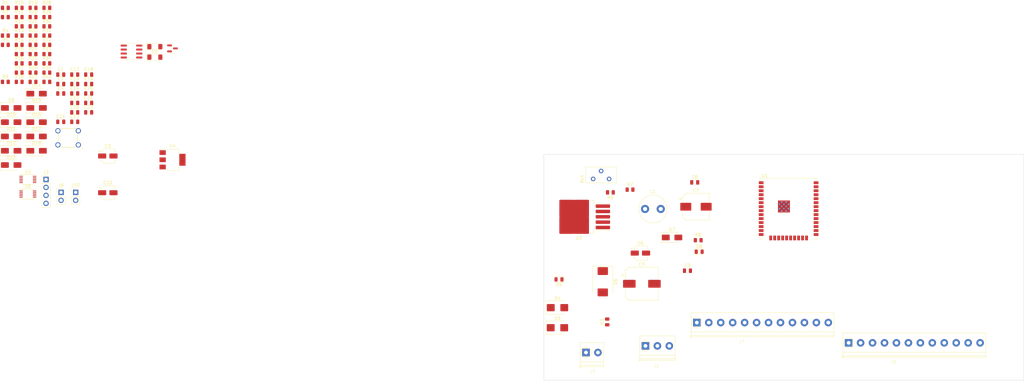
<source format=kicad_pcb>
(kicad_pcb (version 20221018) (generator pcbnew)
  (layers (0 "F.Cu" signal) (31 "B.Cu" signal) (34 "B.Paste" user) (35 "F.Paste" user) (36 "B.SilkS" user "B.Silkscreen") (37 "F.SilkS" user "F.Silkscreen") (38 "B.Mask" user) (39 "F.Mask" user) (44 "Edge.Cuts" user))
  (net 0 "")
  (net 1 "GND")
  (net 2 "EN")
  (net 3 "+3.3V")
  (net 4 "Net-(D6-K)")
  (net 5 "VBAT")
  (net 6 "Net-(J10-Pin_2)")
  (net 7 "+5V")
  (net 8 "Net-(C13-Pad2)")
  (net 9 "TX")
  (net 10 "Net-(D1-A)")
  (net 11 "Net-(D2-K)")
  (net 12 "RX")
  (net 13 "GNDPWR")
  (net 14 "+12V")
  (net 15 "Net-(D5-A)")
  (net 16 "Net-(D7-K)")
  (net 17 "Net-(D8-A)")
  (net 18 "Net-(D9-A1)")
  (net 19 "Net-(D10-A1)")
  (net 20 "Net-(D11-A1)")
  (net 21 "Net-(D12-A1)")
  (net 22 "Net-(D13-A1)")
  (net 23 "Net-(D14-A1)")
  (net 24 "Net-(D15-A1)")
  (net 25 "Net-(D16-A1)")
  (net 26 "Net-(D17-A2)")
  (net 27 "Net-(D18-A1)")
  (net 28 "Net-(J7-Pin_1)")
  (net 29 "Net-(J7-Pin_4)")
  (net 30 "Net-(J7-Pin_7)")
  (net 31 "Net-(J7-Pin_10)")
  (net 32 "Net-(J5-Pin_10)")
  (net 33 "Net-(J5-Pin_7)")
  (net 34 "Net-(J5-Pin_4)")
  (net 35 "Net-(J5-Pin_1)")
  (net 36 "AIN_3")
  (net 37 "AIN_2")
  (net 38 "ADS_DRDY_1")
  (net 39 "ADS_DRDY_2")
  (net 40 "AIN_1")
  (net 41 "AIN_0")
  (net 42 "SDA")
  (net 43 "SCL")
  (net 44 "AIN_6")
  (net 45 "AIN_7")
  (net 46 "AIN_5")
  (net 47 "AIN_4")
  (net 48 "Earth")
  (net 50 "BOOT")
  (net 51 "Net-(Q1-B)")
  (net 52 "Net-(Q1-E)")
  (net 53 "Net-(Q1-C)")
  (net 54 "PWR_DET")
  (net 55 "Net-(R6-Pad2)")
  (net 56 "485_TX")
  (net 57 "Net-(U5-DI)")
  (net 58 "485_RX")
  (net 59 "Net-(U5-RO)")
  (net 60 "Net-(U5-A)")
  (net 61 "Net-(U5-B)")
  (net 62 "Net-(U3-FB)")
  (net 82 "RS485_RX")
  (net 83 "RS485_TX")
  (footprint "Diode_SMD:D_SMC" (layer "F.Cu") (at 106.31 73.1525 -90)
    (fp_text reference "D6" (at 0 -4.1 90) (layer "F.SilkS"))
    (fp_text value "SS54")
    (pad "1" smd roundrect (at -3.4 0) (size 3.3 2.5) (layers "F.Cu" "F.Paste" "F.Mask") (roundrect_rratio 0.1) (net 4 "Net-(D6-K)"))
    (pad "2" smd roundrect (at 3.4 0) (size 3.3 2.5) (layers "F.Cu" "F.Paste" "F.Mask") (roundrect_rratio 0.1) (net 14 "+12V"))
  )
  (footprint "Package_SO:TSSOP-10_3x3mm_P0.5mm" (layer "F.Cu") (at -76.94 40.55)
    (fp_text reference "U2" (at 0 -2.55) (layer "F.SilkS"))
    (fp_text value "ADS1115IDGS")
    (pad "1" smd rect (at -2.15 -1) (size 1.1 0.25) (layers "F.Cu" "F.Paste" "F.Mask") (net 1 "GND"))
    (pad "2" smd rect (at -2.15 -0.5) (size 1.1 0.25) (layers "F.Cu" "F.Paste" "F.Mask") (net 38 "ADS_DRDY_1"))
    (pad "3" smd rect (at -2.15 0) (size 1.1 0.25) (layers "F.Cu" "F.Paste" "F.Mask") (net 1 "GND"))
    (pad "4" smd rect (at -2.15 0.5) (size 1.1 0.25) (layers "F.Cu" "F.Paste" "F.Mask") (net 41 "AIN_0"))
    (pad "5" smd rect (at -2.15 1) (size 1.1 0.25) (layers "F.Cu" "F.Paste" "F.Mask") (net 40 "AIN_1"))
    (pad "6" smd rect (at 2.15 1) (size 1.1 0.25) (layers "F.Cu" "F.Paste" "F.Mask") (net 37 "AIN_2"))
    (pad "7" smd rect (at 2.15 0.5) (size 1.1 0.25) (layers "F.Cu" "F.Paste" "F.Mask") (net 36 "AIN_3"))
    (pad "8" smd rect (at 2.15 0) (size 1.1 0.25) (layers "F.Cu" "F.Paste" "F.Mask") (net 7 "+5V"))
    (pad "9" smd rect (at 2.15 -0.5) (size 1.1 0.25) (layers "F.Cu" "F.Paste" "F.Mask") (net 42 "SDA"))
    (pad "10" smd rect (at 2.15 -1) (size 1.1 0.25) (layers "F.Cu" "F.Paste" "F.Mask") (net 43 "SCL"))
  )
  (footprint "Resistor_SMD:R_0805_2012Metric" (layer "F.Cu") (at -70.88 -2.35)
    (fp_text reference "R32" (at 0 -1.65) (layer "F.SilkS"))
    (fp_text value "10K")
    (pad "1" smd roundrect (at -0.9125 0) (size 1.025 1.4) (layers "F.Cu" "F.Paste" "F.Mask") (roundrect_rratio 0.243902) (net 32 "Net-(J5-Pin_10)"))
    (pad "2" smd roundrect (at 0.9125 0) (size 1.025 1.4) (layers "F.Cu" "F.Paste" "F.Mask") (roundrect_rratio 0.243902) (net 3 "+3.3V"))
  )
  (footprint "Capacitor_SMD:C_0805_2012Metric" (layer "F.Cu") (at -62 10.14)
    (fp_text reference "C13" (at 0 -1.68) (layer "F.SilkS"))
    (fp_text value "100nF/50V")
    (pad "1" smd roundrect (at -0.95 0) (size 1 1.45) (layers "F.Cu" "F.Paste" "F.Mask") (net 1 "GND"))
    (pad "2" smd roundrect (at 0.95 0) (size 1 1.45) (layers "F.Cu" "F.Paste" "F.Mask") (net 8 "Net-(C13-Pad2)"))
  )
  (footprint "Resistor_SMD:R_0805_2012Metric" (layer "F.Cu") (at -75.29 3.55)
    (fp_text reference "R25" (at 0 -1.65) (layer "F.SilkS"))
    (fp_text value "0E")
    (pad "1" smd roundrect (at -0.9125 0) (size 1.025 1.4) (layers "F.Cu" "F.Paste" "F.Mask") (roundrect_rratio 0.243902) (net 60 "Net-(U5-A)"))
    (pad "2" smd roundrect (at 0.9125 0) (size 1.025 1.4) (layers "F.Cu" "F.Paste" "F.Mask") (roundrect_rratio 0.243902) (net 26 "Net-(D17-A2)"))
  )
  (footprint "Resistor_SMD:R_0805_2012Metric" (layer "F.Cu") (at -75.29 6.5)
    (fp_text reference "R26" (at 0 -1.65) (layer "F.SilkS"))
    (fp_text value "R")
    (pad "1" smd roundrect (at -0.9125 0) (size 1.025 1.4) (layers "F.Cu" "F.Paste" "F.Mask") (roundrect_rratio 0.243902) (net 3 "+3.3V"))
    (pad "2" smd roundrect (at 0.9125 0) (size 1.025 1.4) (layers "F.Cu" "F.Paste" "F.Mask") (roundrect_rratio 0.243902) (net 42 "SDA"))
  )
  (footprint "Diode_SMD:D_SMA" (layer "F.Cu") (at -74.15 26.85)
    (fp_text reference "D17" (at 0 -2.5) (layer "F.SilkS"))
    (fp_text value "SMBJ6CA")
    (pad "1" smd roundrect (at -2 0) (size 2.5 1.8) (layers "F.Cu" "F.Paste" "F.Mask") (roundrect_rratio 0.1388888889) (net 1 "GND"))
    (pad "2" smd roundrect (at 2 0) (size 2.5 1.8) (layers "F.Cu" "F.Paste" "F.Mask") (roundrect_rratio 0.1388888889) (net 26 "Net-(D17-A2)"))
  )
  (footprint "Resistor_SMD:R_0805_2012Metric" (layer "F.Cu") (at -79.7 -2.35)
    (fp_text reference "R14" (at 0 -1.65) (layer "F.SilkS"))
    (fp_text value "510E")
    (pad "1" smd roundrect (at -0.9125 0) (size 1.025 1.4) (layers "F.Cu" "F.Paste" "F.Mask") (roundrect_rratio 0.243902) (net 60 "Net-(U5-A)"))
    (pad "2" smd roundrect (at 0.9125 0) (size 1.025 1.4) (layers "F.Cu" "F.Paste" "F.Mask") (roundrect_rratio 0.243902) (net 3 "+3.3V"))
  )
  (footprint "Diode_SMD:D_MiniMELF" (layer "F.Cu") (at -36.455 1.565)
    (fp_text reference "D2" (at 0 -2) (layer "F.SilkS"))
    (fp_text value "1N4148")
    (pad "1" smd roundrect (at -1.75 0) (size 1.3 1.7) (layers "F.Cu" "F.Paste" "F.Mask") (roundrect_rratio 0.1923076923) (net 11 "Net-(D2-K)"))
    (pad "2" smd roundrect (at 1.75 0) (size 1.3 1.7) (layers "F.Cu" "F.Paste" "F.Mask") (roundrect_rratio 0.1923076923) (net 12 "RX"))
  )
  (footprint "Capacitor_SMD:C_0805_2012Metric" (layer "F.Cu") (at -57.55 16.16)
    (fp_text reference "C21" (at 0 -1.68) (layer "F.SilkS"))
    (fp_text value "100nF/50V")
    (pad "1" smd roundrect (at -0.95 0) (size 1 1.45) (layers "F.Cu" "F.Paste" "F.Mask") (net 37 "AIN_2"))
    (pad "2" smd roundrect (at 0.95 0) (size 1 1.45) (layers "F.Cu" "F.Paste" "F.Mask") (net 1 "GND"))
  )
  (footprint "Resistor_SMD:R_0805_2012Metric" (layer "F.Cu") (at -79.7 -14.15)
    (fp_text reference "R10" (at 0 -1.65) (layer "F.SilkS"))
    (fp_text value "10K")
    (pad "1" smd roundrect (at -0.9125 0) (size 1.025 1.4) (layers "F.Cu" "F.Paste" "F.Mask") (roundrect_rratio 0.243902) (net 3 "+3.3V"))
    (pad "2" smd roundrect (at 0.9125 0) (size 1.025 1.4) (layers "F.Cu" "F.Paste" "F.Mask") (roundrect_rratio 0.243902) (net 53 "Net-(Q1-C)"))
  )
  (footprint "Capacitor_SMD:C_0805_2012Metric" (layer "F.Cu") (at -62 16.16)
    (fp_text reference "C15" (at 0 -1.68) (layer "F.SilkS"))
    (fp_text value "100nF/50V")
    (pad "1" smd roundrect (at -0.95 0) (size 1 1.45) (layers "F.Cu" "F.Paste" "F.Mask") (net 41 "AIN_0"))
    (pad "2" smd roundrect (at 0.95 0) (size 1 1.45) (layers "F.Cu" "F.Paste" "F.Mask") (net 1 "GND"))
  )
  (footprint "Diode_SMD:D_SMA" (layer "F.Cu") (at 128.4 59.04)
    (fp_text reference "D7" (at 0 -2.5) (layer "F.SilkS"))
    (fp_text value "SS34")
    (pad "1" smd roundrect (at -2 0) (size 2.5 1.8) (layers "F.Cu" "F.Paste" "F.Mask") (roundrect_rratio 0.1388888889) (net 16 "Net-(D7-K)"))
    (pad "2" smd roundrect (at 2 0) (size 2.5 1.8) (layers "F.Cu" "F.Paste" "F.Mask") (roundrect_rratio 0.1388888889) (net 1 "GND"))
  )
  (footprint "Resistor_SMD:R_0805_2012Metric" (layer "F.Cu") (at -79.7 -8.25)
    (fp_text reference "R12" (at 0 -1.65) (layer "F.SilkS"))
    (fp_text value "1K")
    (pad "1" smd roundrect (at -0.9125 0) (size 1.025 1.4) (layers "F.Cu" "F.Paste" "F.Mask") (roundrect_rratio 0.243902) (net 56 "485_TX"))
    (pad "2" smd roundrect (at 0.9125 0) (size 1.025 1.4) (layers "F.Cu" "F.Paste" "F.Mask") (roundrect_rratio 0.243902) (net 57 "Net-(U5-DI)"))
  )
  (footprint "Capacitor_SMD:C_0805_2012Metric" (layer "F.Cu") (at -62 22.18)
    (fp_text reference "C17" (at 0 -1.68) (layer "F.SilkS"))
    (fp_text value "100nF/50V")
    (pad "1" smd roundrect (at -0.95 0) (size 1 1.45) (layers "F.Cu" "F.Paste" "F.Mask") (net 37 "AIN_2"))
    (pad "2" smd roundrect (at 0.95 0) (size 1 1.45) (layers "F.Cu" "F.Paste" "F.Mask") (net 1 "GND"))
  )
  (footprint "Resistor_SMD:R_0805_2012Metric" (layer "F.Cu") (at -75.29 -11.2)
    (fp_text reference "R20" (at 0 -1.65) (layer "F.SilkS"))
    (fp_text value "220")
    (pad "1" smd roundrect (at -0.9125 0) (size 1.025 1.4) (layers "F.Cu" "F.Paste" "F.Mask") (roundrect_rratio 0.243902) (net 41 "AIN_0"))
    (pad "2" smd roundrect (at 0.9125 0) (size 1.025 1.4) (layers "F.Cu" "F.Paste" "F.Mask") (roundrect_rratio 0.243902) (net 22 "Net-(D13-A1)"))
  )
  (footprint "Resistor_SMD:R_0805_2012Metric" (layer "F.Cu") (at -75.29 -14.15)
    (fp_text reference "R19" (at 0 -1.65) (layer "F.SilkS"))
    (fp_text value "220")
    (pad "1" smd roundrect (at -0.9125 0) (size 1.025 1.4) (layers "F.Cu" "F.Paste" "F.Mask") (roundrect_rratio 0.243902) (net 40 "AIN_1"))
    (pad "2" smd roundrect (at 0.9125 0) (size 1.025 1.4) (layers "F.Cu" "F.Paste" "F.Mask") (roundrect_rratio 0.243902) (net 19 "Net-(D10-A1)"))
  )
  (footprint "Resistor_SMD:R_0805_2012Metric" (layer "F.Cu") (at -70.88 -8.25)
    (fp_text reference "R30" (at 0 -1.65) (layer "F.SilkS"))
    (fp_text value "10K")
    (pad "1" smd roundrect (at -0.9125 0) (size 1.025 1.4) (layers "F.Cu" "F.Paste" "F.Mask") (roundrect_rratio 0.243902) (net 30 "Net-(J7-Pin_7)"))
    (pad "2" smd roundrect (at 0.9125 0) (size 1.025 1.4) (layers "F.Cu" "F.Paste" "F.Mask") (roundrect_rratio 0.243902) (net 3 "+3.3V"))
  )
  (footprint "Diode_SMD:D_SMA" (layer "F.Cu") (at -74.15 13.2)
    (fp_text reference "D14" (at 0 -2.5) (layer "F.SilkS"))
    (fp_text value "SMBJ6CA")
    (pad "1" smd roundrect (at -2 0) (size 2.5 1.8) (layers "F.Cu" "F.Paste" "F.Mask") (roundrect_rratio 0.1388888889) (net 23 "Net-(D14-A1)"))
    (pad "2" smd roundrect (at 2 0) (size 2.5 1.8) (layers "F.Cu" "F.Paste" "F.Mask") (roundrect_rratio 0.1388888889) (net 1 "GND"))
  )
  (footprint "Resistor_SMD:R_0805_2012Metric" (layer "F.Cu") (at -79.7 9.45)
    (fp_text reference "R18" (at 0 -1.65) (layer "F.SilkS"))
    (fp_text value "220")
    (pad "1" smd roundrect (at -0.9125 0) (size 1.025 1.4) (layers "F.Cu" "F.Paste" "F.Mask") (roundrect_rratio 0.243902) (net 36 "AIN_3"))
    (pad "2" smd roundrect (at 0.9125 0) (size 1.025 1.4) (layers "F.Cu" "F.Paste" "F.Mask") (roundrect_rratio 0.243902) (net 21 "Net-(D12-A1)"))
  )
  (footprint "Diode_SMD:D_SMA" (layer "F.Cu") (at -82.245 35.95)
    (fp_text reference "D13" (at 0 -2.5) (layer "F.SilkS"))
    (fp_text value "SMBJ6CA")
    (pad "1" smd roundrect (at -2 0) (size 2.5 1.8) (layers "F.Cu" "F.Paste" "F.Mask") (roundrect_rratio 0.1388888889) (net 22 "Net-(D13-A1)"))
    (pad "2" smd roundrect (at 2 0) (size 2.5 1.8) (layers "F.Cu" "F.Paste" "F.Mask") (roundrect_rratio 0.1388888889) (net 1 "GND"))
  )
  (footprint "Capacitor_SMD:C_0805_2012Metric" (layer "F.Cu") (at -62 13.15)
    (fp_text reference "C14" (at 0 -1.68) (layer "F.SilkS"))
    (fp_text value "100nF/50V")
    (pad "1" smd roundrect (at -0.95 0) (size 1 1.45) (layers "F.Cu" "F.Paste" "F.Mask") (net 7 "+5V"))
    (pad "2" smd roundrect (at 0.95 0) (size 1 1.45) (layers "F.Cu" "F.Paste" "F.Mask") (net 1 "GND"))
  )
  (footprint "Connector_PinHeader_2.54mm:PinHeader_1x02_P2.54mm_Vertical" (layer "F.Cu") (at -61.7 44.67)
    (fp_text reference "J10" (at 0 -2.33) (layer "F.SilkS"))
    (fp_text value "Conn_01x02_Male")
    (pad "1" thru_hole rect (at 0 0) (size 1.7 1.7) (drill 1) (layers "*.Cu" "*.Mask") (net 3 "+3.3V"))
    (pad "2" thru_hole oval (at 0 2.54) (size 1.7 1.7) (drill 1) (layers "*.Cu" "*.Mask") (net 6 "Net-(J10-Pin_2)"))
  )
  (footprint "Capacitor_SMD:CP_Elec_4x5.4" (layer "F.Cu") (at -51.45 44.78)
    (fp_text reference "C10" (at 0 -3.2) (layer "F.SilkS"))
    (fp_text value "1uF")
    (pad "1" smd roundrect (at -1.8 0) (size 2.6 1.6) (layers "F.Cu" "F.Paste" "F.Mask") (roundrect_rratio 0.15625) (net 6 "Net-(J10-Pin_2)"))
    (pad "2" smd roundrect (at 1.8 0) (size 2.6 1.6) (layers "F.Cu" "F.Paste" "F.Mask") (roundrect_rratio 0.15625) (net 1 "GND"))
  )
  (footprint "Resistor_SMD:R_0805_2012Metric" (layer "F.Cu") (at -70.88 9.45)
    (fp_text reference "R44" (at 0 -1.65) (layer "F.SilkS"))
    (fp_text value "0E")
    (pad "1" smd roundrect (at -0.9125 0) (size 1.025 1.4) (layers "F.Cu" "F.Paste" "F.Mask") (roundrect_rratio 0.243902) (net 61 "Net-(U5-B)"))
    (pad "2" smd roundrect (at 0.9125 0) (size 1.025 1.4) (layers "F.Cu" "F.Paste" "F.Mask") (roundrect_rratio 0.243902) (net 27 "Net-(D18-A1)"))
  )
  (footprint "Package_TO_SOT_SMD:SOT-23" (layer "F.Cu") (at -30.84 -1.22)
    (fp_text reference "Q1" hide)
    (fp_text value "BC847")
    (pad "1" smd roundrect (at -0.9375 -0.95) (size 1.475 0.6) (layers "F.Cu" "F.Paste" "F.Mask") (net 51 "Net-(Q1-B)"))
    (pad "2" smd roundrect (at -0.9375 0.95) (size 1.475 0.6) (layers "F.Cu" "F.Paste" "F.Mask") (net 52 "Net-(Q1-E)"))
    (pad "3" smd roundrect (at 0.9375 0) (size 1.475 0.6) (layers "F.Cu" "F.Paste" "F.Mask") (net 53 "Net-(Q1-C)"))
  )
  (footprint "Diode_SMD:D_SMA" (layer "F.Cu") (at -82.245 31.4)
    (fp_text reference "D12" (at 0 -2.5) (layer "F.SilkS"))
    (fp_text value "SMBJ6CA")
    (pad "1" smd roundrect (at -2 0) (size 2.5 1.8) (layers "F.Cu" "F.Paste" "F.Mask") (roundrect_rratio 0.1388888889) (net 21 "Net-(D12-A1)"))
    (pad "2" smd roundrect (at 2 0) (size 2.5 1.8) (layers "F.Cu" "F.Paste" "F.Mask") (roundrect_rratio 0.1388888889) (net 1 "GND"))
  )
  (footprint "Capacitor_SMD:C_0805_2012Metric" (layer "F.Cu") (at -57.55 13.15)
    (fp_text reference "C20" (at 0 -1.68) (layer "F.SilkS"))
    (fp_text value "100nF/50V")
    (pad "1" smd roundrect (at -0.95 0) (size 1 1.45) (layers "F.Cu" "F.Paste" "F.Mask") (net 40 "AIN_1"))
    (pad "2" smd roundrect (at 0.95 0) (size 1 1.45) (layers "F.Cu" "F.Paste" "F.Mask") (net 1 "GND"))
  )
  (footprint "LED_SMD:LED_0805_2012Metric" (layer "F.Cu") (at 92.3575 72.42 180)
    (fp_text reference "D5" (at 0 -1.65) (layer "F.SilkS"))
    (fp_text value "LED")
    (pad "1" smd roundrect (at -0.9375 0 180) (size 0.975 1.4) (layers "F.Cu" "F.Paste" "F.Mask") (net 14 "+12V"))
    (pad "2" smd roundrect (at 0.9375 0 180) (size 0.975 1.4) (layers "F.Cu" "F.Paste" "F.Mask") (net 15 "Net-(D5-A)"))
  )
  (footprint "Resistor_SMD:R_0805_2012Metric" (layer "F.Cu") (at -70.88 -11.2)
    (fp_text reference "R29" (at 0 -1.65) (layer "F.SilkS"))
    (fp_text value "10K")
    (pad "1" smd roundrect (at -0.9125 0) (size 1.025 1.4) (layers "F.Cu" "F.Paste" "F.Mask") (roundrect_rratio 0.243902) (net 29 "Net-(J7-Pin_4)"))
    (pad "2" smd roundrect (at 0.9125 0) (size 1.025 1.4) (layers "F.Cu" "F.Paste" "F.Mask") (roundrect_rratio 0.243902) (net 3 "+3.3V"))
  )
  (footprint "Package_TO_SOT_SMD:SOT-223-3_TabPin2" (layer "F.Cu") (at -30.82 34.28)
    (fp_text reference "U4" (at 0 -4.5) (layer "F.SilkS"))
    (fp_text value "AMS1117-3.3")
    (pad "1" smd rect (at -3.15 -2.3) (size 2 1.5) (layers "F.Cu" "F.Paste" "F.Mask") (net 1 "GND"))
    (pad "2" smd rect (at -3.15 0) (size 2 1.5) (layers "F.Cu" "F.Paste" "F.Mask") (net 6 "Net-(J10-Pin_2)"))
    (pad "2" smd rect (at 3.15 0) (size 2 3.8) (layers "F.Cu" "F.Paste" "F.Mask") (net 6 "Net-(J10-Pin_2)"))
    (pad "3" smd rect (at -3.15 2.3) (size 2 1.5) (layers "F.Cu" "F.Paste" "F.Mask") (net 5 "VBAT"))
  )
  (footprint "new:CONNECTORx3" (layer "F.Cu") (at 123.425 100.5525)
    (fp_text reference "J1" (at 0 -0.5 unlocked) (layer "F.SilkS") (effects (font (thickness 0.1))))
    (fp_text value "Conn_01x03")
    (pad "1" thru_hole rect (at -3.51 -6.95) (size 2.4 2.4) (drill 1.2) (layers "*.Cu" "*.Mask") (net 26 "Net-(D17-A2)"))
    (pad "2" thru_hole circle (at 0.3 -6.95) (size 2.4 2.4) (drill 1.2) (layers "*.Cu" "*.Mask") (net 27 "Net-(D18-A1)"))
    (pad "3" thru_hole circle (at 4.1 -6.95) (size 2.4 2.4) (drill 1.2) (layers "*.Cu" "*.Mask") (net 48 "Earth"))
  )
  (footprint "Capacitor_SMD:C_0805_2012Metric" (layer "F.Cu") (at -57.55 10.14)
    (fp_text reference "C19" (at 0 -1.68) (layer "F.SilkS"))
    (fp_text value "100nF/50V")
    (pad "1" smd roundrect (at -0.95 0) (size 1 1.45) (layers "F.Cu" "F.Paste" "F.Mask") (net 41 "AIN_0"))
    (pad "2" smd roundrect (at 0.95 0) (size 1 1.45) (layers "F.Cu" "F.Paste" "F.Mask") (net 1 "GND"))
  )
  (footprint "Resistor_SMD:R_0805_2012Metric" (layer "F.Cu") (at 136.73 59.91)
    (fp_text reference "R8" (at 0 -1.65) (layer "F.SilkS"))
    (fp_text value "4K7")
    (pad "1" smd roundrect (at -0.9125 0) (size 1.025 1.4) (layers "F.Cu" "F.Paste" "F.Mask") (roundrect_rratio 0.243902) (net 5 "VBAT"))
    (pad "2" smd roundrect (at 0.9125 0) (size 1.025 1.4) (layers "F.Cu" "F.Paste" "F.Mask") (roundrect_rratio 0.243902) (net 17 "Net-(D8-A)"))
  )
  (footprint "new:BNF_Pushbutton" (layer "F.Cu") (at -64.55012 28.485)
    (fp_text reference "SW1" hide)
    (fp_text value "SW_Push")
    (pad "1" thru_hole circle (at 3.70012 1.05) (size 1.65 1.65) (drill 1.1) (layers "*.Cu" "*.Mask") (net 1 "GND"))
    (pad "2" thru_hole circle (at -2.79988 1.05) (size 1.65 1.65) (drill 1.1) (layers "*.Cu" "*.Mask") (net 8 "Net-(C13-Pad2)"))
    (pad "3" thru_hole circle (at 3.70012 -3.45) (size 1.65 1.65) (drill 1.1) (layers "*.Cu" "*.Mask"))
    (pad "4" thru_hole circle (at -2.79988 -3.45) (size 1.65 1.65) (drill 1.1) (layers "*.Cu" "*.Mask"))
  )
  (footprint "Capacitor_SMD:C_0805_2012Metric" (layer "F.Cu") (at -57.55 19.17)
    (fp_text reference "C22" (at 0 -1.68) (layer "F.SilkS"))
    (fp_text value "100nF/50V")
    (pad "1" smd roundrect (at -0.95 0) (size 1 1.45) (layers "F.Cu" "F.Paste" "F.Mask") (net 36 "AIN_3"))
    (pad "2" smd roundrect (at 0.95 0) (size 1 1.45) (layers "F.Cu" "F.Paste" "F.Mask") (net 1 "GND"))
  )
  (footprint "new:CONNECTORx2" (layer "F.Cu") (at 103.04 102.1225)
    (fp_text reference "J4" (at 0 -0.5 unlocked) (layer "F.SilkS") (effects (font (thickness 0.1))))
    (fp_text value "Conn_01x02_Socket" hide)
    (pad "1" thru_hole circle (at 1.73 -6.41) (size 2.4 2.4) (drill 1.2) (layers "*.Cu" "*.Mask") (net 1 "GND"))
    (pad "2" thru_hole rect (at -2.08 -6.41) (size 2.4 2.4) (drill 1.2) (layers "*.Cu" "*.Mask") (net 14 "+12V"))
  )
  (footprint "LED_SMD:LED_0805_2012Metric" (layer "F.Cu") (at 137.05 63.59)
    (fp_text reference "D8" (at 0 -1.65) (layer "F.SilkS"))
    (fp_text value "LED")
    (pad "1" smd roundrect (at -0.9375 0) (size 0.975 1.4) (layers "F.Cu" "F.Paste" "F.Mask") (net 1 "GND"))
    (pad "2" smd roundrect (at 0.9375 0) (size 0.975 1.4) (layers "F.Cu" "F.Paste" "F.Mask") (net 17 "Net-(D8-A)"))
  )
  (footprint "Resistor_SMD:R_0805_2012Metric" (layer "F.Cu") (at -79.7 0.6)
    (fp_text reference "R15" (at 0 -1.65) (layer "F.SilkS"))
    (fp_text value "510E")
    (pad "1" smd roundrect (at -0.9125 0) (size 1.025 1.4) (layers "F.Cu" "F.Paste" "F.Mask") (roundrect_rratio 0.243902) (net 1 "GND"))
    (pad "2" smd roundrect (at 0.9125 0) (size 1.025 1.4) (layers "F.Cu" "F.Paste" "F.Mask") (roundrect_rratio 0.243902) (net 61 "Net-(U5-B)"))
  )
  (footprint "Capacitor_SMD:CP_Elec_10x10" (layer "F.Cu") (at 118.78 73.8)
    (fp_text reference "C5" (at 0 -6.2) (layer "F.SilkS"))
    (fp_text value "100uF")
    (pad "1" smd roundrect (at -4 0) (size 4 2.5) (layers "F.Cu" "F.Paste" "F.Mask") (roundrect_rratio 0.1) (net 4 "Net-(D6-K)"))
    (pad "2" smd roundrect (at 4 0) (size 4 2.5) (layers "F.Cu" "F.Paste" "F.Mask") (roundrect_rratio 0.1) (net 1 "GND"))
  )
  (footprint "Diode_SMD:D_SMA" (layer "F.Cu") (at -74.15 17.75)
    (fp_text reference "D15" (at 0 -2.5) (layer "F.SilkS"))
    (fp_text value "SMBJ6CA")
    (pad "1" smd roundrect (at -2 0) (size 2.5 1.8) (layers "F.Cu" "F.Paste" "F.Mask") (roundrect_rratio 0.1388888889) (net 24 "Net-(D15-A1)"))
    (pad "2" smd roundrect (at 2 0) (size 2.5 1.8) (layers "F.Cu" "F.Paste" "F.Mask") (roundrect_rratio 0.1388888889) (net 1 "GND"))
  )
  (footprint "Diode_SMD:D_SMA" (layer "F.Cu") (at -82.245 26.85)
    (fp_text reference "D11" (at 0 -2.5) (layer "F.SilkS"))
    (fp_text value "SMBJ6CA")
    (pad "1" smd roundrect (at -2 0) (size 2.5 1.8) (layers "F.Cu" "F.Paste" "F.Mask") (roundrect_rratio 0.1388888889) (net 20 "Net-(D11-A1)"))
    (pad "2" smd roundrect (at 2 0) (size 2.5 1.8) (layers "F.Cu" "F.Paste" "F.Mask") (roundrect_rratio 0.1388888889) (net 1 "GND"))
  )
  (footprint "Resistor_SMD:R_0805_2012Metric" (layer "F.Cu") (at -75.29 -5.3)
    (fp_text reference "R22" (at 0 -1.65) (layer "F.SilkS"))
    (fp_text value "220")
    (pad "1" smd roundrect (at -0.9125 0) (size 1.025 1.4) (layers "F.Cu" "F.Paste" "F.Mask") (roundrect_rratio 0.243902) (net 36 "AIN_3"))
    (pad "2" smd roundrect (at 0.9125 0) (size 1.025 1.4) (layers "F.Cu" "F.Paste" "F.Mask") (roundrect_rratio 0.243902) (net 25 "Net-(D16-A1)"))
  )
  (footprint "Capacitor_SMD:C_0805_2012Metric" (layer "F.Cu") (at -66.45 7.13)
    (fp_text reference "C1" (at 0 -1.68) (layer "F.SilkS"))
    (fp_text value "1uF/50V")
    (pad "1" smd roundrect (at -0.95 0) (size 1 1.45) (layers "F.Cu" "F.Paste" "F.Mask") (net 1 "GND"))
    (pad "2" smd roundrect (at 0.95 0) (size 1 1.45) (layers "F.Cu" "F.Paste" "F.Mask") (net 2 "EN"))
  )
  (footprint "Capacitor_SMD:C_0805_2012Metric" (layer "F.Cu") (at -66.45 22.18)
    (fp_text reference "C11" (at 0 -1.68) (layer "F.SilkS"))
    (fp_text value "1uF")
    (pad "1" smd roundrect (at -0.95 0) (size 1 1.45) (layers "F.Cu" "F.Paste" "F.Mask") (net 6 "Net-(J10-Pin_2)"))
    (pad "2" smd roundrect (at 0.95 0) (size 1 1.45) (layers "F.Cu" "F.Paste" "F.Mask") (net 1 "GND"))
  )
  (footprint "Capacitor_SMD:C_0805_2012Metric" (layer "F.Cu") (at -66.45 10.14)
    (fp_text reference "C2" (at 0 -1.68) (layer "F.SilkS"))
    (fp_text value "100nF/50V")
    (pad "1" smd roundrect (at -0.95 0) (size 1 1.45) (layers "F.Cu" "F.Paste" "F.Mask") (net 3 "+3.3V"))
    (pad "2" smd roundrect (at 0.95 0) (size 1 1.45) (layers "F.Cu" "F.Paste" "F.Mask") (net 1 "GND"))
  )
  (footprint "Resistor_SMD:R_0805_2012Metric" (layer "F.Cu") (at -70.88 6.5)
    (fp_text reference "R35" (at 0 -1.65) (layer "F.SilkS"))
    (fp_text value "10K")
    (pad "1" smd roundrect (at -0.9125 0) (size 1.025 1.4) (layers "F.Cu" "F.Paste" "F.Mask") (roundrect_rratio 0.243902) (net 35 "Net-(J5-Pin_1)"))
    (pad "2" smd roundrect (at 0.9125 0) (size 1.025 1.4) (layers "F.Cu" "F.Paste" "F.Mask") (roundrect_rratio 0.243902) (net 3 "+3.3V"))
  )
  (footprint "Connector_PinHeader_2.54mm:PinHeader_1x02_P2.54mm_Vertical" (layer "F.Cu") (at -66.35 44.67)
    (fp_text reference "J6" (at 0 -2.33) (layer "F.SilkS"))
    (fp_text value "Conn_01x02_Pin")
    (pad "1" thru_hole rect (at 0 0) (size 1.7 1.7) (drill 1) (layers "*.Cu" "*.Mask") (net 50 "BOOT"))
    (pad "2" thru_hole oval (at 0 2.54) (size 1.7 1.7) (drill 1) (layers "*.Cu" "*.Mask") (net 1 "GND"))
  )
  (footprint "Package_SO:TSSOP-10_3x3mm_P0.5mm" (layer "F.Cu") (at -76.94 45.2)
    (fp_text reference "U6" (at 0 -2.55) (layer "F.SilkS"))
    (fp_text value "ADS1115IDGS")
    (pad "1" smd rect (at -2.15 -1) (size 1.1 0.25) (layers "F.Cu" "F.Paste" "F.Mask") (net 7 "+5V"))
    (pad "2" smd rect (at -2.15 -0.5) (size 1.1 0.25) (layers "F.Cu" "F.Paste" "F.Mask") (net 39 "ADS_DRDY_2"))
    (pad "3" smd rect (at -2.15 0) (size 1.1 0.25) (layers "F.Cu" "F.Paste" "F.Mask") (net 1 "GND"))
    (pad "4" smd rect (at -2.15 0.5) (size 1.1 0.25) (layers "F.Cu" "F.Paste" "F.Mask") (net 47 "AIN_4"))
    (pad "5" smd rect (at -2.15 1) (size 1.1 0.25) (layers "F.Cu" "F.Paste" "F.Mask") (net 46 "AIN_5"))
    (pad "6" smd rect (at 2.15 1) (size 1.1 0.25) (layers "F.Cu" "F.Paste" "F.Mask") (net 44 "AIN_6"))
    (pad "7" smd rect (at 2.15 0.5) (size 1.1 0.25) (layers "F.Cu" "F.Paste" "F.Mask") (net 45 "AIN_7"))
    (pad "8" smd rect (at 2.15 0) (size 1.1 0.25) (layers "F.Cu" "F.Paste" "F.Mask") (net 7 "+5V"))
    (pad "9" smd rect (at 2.15 -0.5) (size 1.1 0.25) (layers "F.Cu" "F.Paste" "F.Mask") (net 42 "SDA"))
    (pad "10" smd rect (at 2.15 -1) (size 1.1 0.25) (layers "F.Cu" "F.Paste" "F.Mask") (net 43 "SCL"))
  )
  (footprint "Resistor_SMD:R_0805_2012Metric" (layer "F.Cu") (at 107.73 85.96 90)
    (fp_text reference "R3" (at 0 -1.65 90) (layer "F.SilkS"))
    (fp_text value "4K7")
    (pad "1" smd roundrect (at -0.9125 0 90) (size 1.025 1.4) (layers "F.Cu" "F.Paste" "F.Mask") (roundrect_rratio 0.243902) (net 1 "GND"))
    (pad "2" smd roundrect (at 0.9125 0 90) (size 1.025 1.4) (layers "F.Cu" "F.Paste" "F.Mask") (roundrect_rratio 0.243902) (net 15 "Net-(D5-A)"))
  )
  (footprint "Capacitor_SMD:C_0805_2012Metric" (layer "F.Cu") (at -57.55 7.13)
    (fp_text reference "C18" (at 0 -1.68) (layer "F.SilkS"))
    (fp_text value "100nF/50V")
    (pad "1" smd roundrect (at -0.95 0) (size 1 1.45) (layers "F.Cu" "F.Paste" "F.Mask") (net 36 "AIN_3"))
    (pad "2" smd roundrect (at 0.95 0) (size 1 1.45) (layers "F.Cu" "F.Paste" "F.Mask") (net 1 "GND"))
  )
  (footprint "Resistor_SMD:R_0805_2012Metric" (layer "F.Cu") (at -84.11 -2.35)
    (fp_text reference "R5" (at 0 -1.65) (layer "F.SilkS"))
    (fp_text value "4K7")
    (pad "1" smd roundrect (at -0.9125 0) (size 1.025 1.4) (layers "F.Cu" "F.Paste" "F.Mask") (roundrect_rratio 0.243902) (net 54 "PWR_DET"))
    (pad "2" smd roundrect (at 0.9125 0) (size 1.025 1.4) (layers "F.Cu" "F.Paste" "F.Mask") (roundrect_rratio 0.243902) (net 1 "GND"))
  )
  (footprint "Capacitor_SMD:CP_Elec_4x5.4" (layer "F.Cu") (at 118.31 64.02)
    (fp_text reference "C6" (at 0 -3.2) (layer "F.SilkS"))
    (fp_text value "1uF")
    (pad "1" smd roundrect (at -1.8 0) (size 2.6 1.6) (layers "F.Cu" "F.Paste" "F.Mask") (roundrect_rratio 0.15625) (net 4 "Net-(D6-K)"))
    (pad "2" smd roundrect (at 1.8 0) (size 2.6 1.6) (layers "F.Cu" "F.Paste" "F.Mask") (roundrect_rratio 0.15625) (net 1 "GND"))
  )
  (footprint "Connector_PinHeader_2.54mm:PinHeader_1x04_P2.54mm_Vertical" (layer "F.Cu") (at -71.14 40.55)
    (fp_text reference "J3" (at 0 -2.33) (layer "F.SilkS"))
    (fp_text value "Conn_01x04_Socket")
    (pad "1" thru_hole rect (at 0 0) (size 1.7 1.7) (drill 1) (layers "*.Cu" "*.Mask") (net 1 "GND"))
    (pad "2" thru_hole oval (at 0 2.54) (size 1.7 1.7) (drill 1) (layers "*.Cu" "*.Mask") (net 10 "Net-(D1-A)"))
    (pad "3" thru_hole oval (at 0 5.08) (size 1.7 1.7) (drill 1) (layers "*.Cu" "*.Mask") (net 11 "Net-(D2-K)"))
    (pad "4" thru_hole oval (at 0 7.62) (size 1.7 1.7) (drill 1) (layers "*.Cu" "*.Mask"))
  )
  (footprint "Potentiometer_THT:Potentiometer_Bourns_3386X_Horizontal" (layer "F.Cu") (at 103.25 40.39 90)
    (fp_text reference "RV1" (at 0 -3.475 90) (layer "F.SilkS"))
    (fp_text value "4K7")
    (pad "1" thru_hole circle (at 0 0 90) (size 1.44 1.44) (drill 0.8) (layers "*.Cu" "*.Mask") (net 5 "VBAT"))
    (pad "2" thru_hole circle (at 2.54 2.54 90) (size 1.44 1.44) (drill 0.8) (layers "*.Cu" "*.Mask") (net 62 "Net-(U3-FB)"))
    (pad "3" thru_hole circle (at 0 5.08 90) (size 1.44 1.44) (drill 0.8) (layers "*.Cu" "*.Mask") (net 55 "Net-(R6-Pad2)"))
  )
  (footprint "Resistor_SMD:R_0805_2012Metric" (layer "F.Cu") (at 108.74 44.68 180)
    (fp_text reference "R6" (at 0 -1.65) (layer "F.SilkS"))
    (fp_text value "1K")
    (pad "1" smd roundrect (at -0.9125 0 180) (size 1.025 1.4) (layers "F.Cu" "F.Paste" "F.Mask") (roundrect_rratio 0.243902) (net 1 "GND"))
    (pad "2" smd roundrect (at 0.9125 0 180) (size 1.025 1.4) (layers "F.Cu" "F.Paste" "F.Mask") (roundrect_rratio 0.243902) (net 55 "Net-(R6-Pad2)"))
  )
  (footprint "Capacitor_SMD:C_0805_2012Metric" (layer "F.Cu") (at -62 7.13)
    (fp_text reference "C12" (at 0 -1.68) (layer "F.SilkS"))
    (fp_text value "100nF/50V")
    (pad "1" smd roundrect (at -0.95 0) (size 1 1.45) (layers "F.Cu" "F.Paste" "F.Mask") (net 7 "+5V"))
    (pad "2" smd roundrect (at 0.95 0) (size 1 1.45) (layers "F.Cu" "F.Paste" "F.Mask") (net 1 "GND"))
  )
  (footprint "Capacitor_SMD:C_0805_2012Metric" (layer "F.Cu") (at 135.62 41.48)
    (fp_text reference "C8" (at 0 -1.68) (layer "F.SilkS"))
    (fp_text value "100nF")
    (pad "1" smd roundrect (at -0.95 0) (size 1 1.45) (layers "F.Cu" "F.Paste" "F.Mask") (net 1 "GND"))
    (pad "2" smd roundrect (at 0.95 0) (size 1 1.45) (layers "F.Cu" "F.Paste" "F.Mask") (net 5 "VBAT"))
  )
  (footprint "Inductor_THT:L_Radial_D8.7mm_P5.00mm_Fastron_07HCP" (layer "F.Cu") (at 119.79 49.96)
    (fp_text reference "L1" (at 2.5 -5.6) (layer "F.SilkS"))
    (fp_text value "68uH")
    (pad "1" thru_hole circle (at 0 0) (size 2.6 2.6) (drill 1.3) (layers "*.Cu" "*.Mask") (net 16 "Net-(D7-K)"))
    (pad "2" thru_hole circle (at 5 0) (size 2.6 2.6) (drill 1.3) (layers "*.Cu" "*.Mask") (net 5 "VBAT"))
  )
  (footprint "Capacitor_SMD:C_0805_2012Metric" (layer "F.Cu") (at 133.31 69.64)
    (fp_text reference "C9" (at 0 -1.68) (layer "F.SilkS"))
    (fp_text value "1uF")
    (pad "1" smd roundrect (at -0.95 0) (size 1 1.45) (layers "F.Cu" "F.Paste" "F.Mask") (net 5 "VBAT"))
    (pad "2" smd roundrect (at 0.95 0) (size 1 1.45) (layers "F.Cu" "F.Paste" "F.Mask") (net 1 "GND"))
  )
  (footprint "Diode_SMD:D_SMA" (layer "F.Cu") (at -74.15 22.3)
    (fp_text reference "D16" (at 0 -2.5) (layer "F.SilkS"))
    (fp_text value "SMBJ6CA")
    (pad "1" smd roundrect (at -2 0) (size 2.5 1.8) (layers "F.Cu" "F.Paste" "F.Mask") (roundrect_rratio 0.1388888889) (net 25 "Net-(D16-A1)"))
    (pad "2" smd roundrect (at 2 0) (size 2.5 1.8) (layers "F.Cu" "F.Paste" "F.Mask") (roundrect_rratio 0.1388888889) (net 1 "GND"))
  )
  (footprint "Resistor_SMD:R_0805_2012Metric" (layer "F.Cu") (at -79.7 3.55)
    (fp_text reference "R16" (at 0 -1.65) (layer "F.SilkS"))
    (fp_text value "0E")
    (pad "1" smd roundrect (at -0.9125 0) (size 1.025 1.4) (layers "F.Cu" "F.Paste" "F.Mask") (roundrect_rratio 0.243902) (net 8 "Net-(C13-Pad2)"))
    (pad "2" smd roundrect (at 0.9125 0) (size 1.025 1.4) (layers "F.Cu" "F.Paste" "F.Mask") (roundrect_rratio 0.243902) (net 2 "EN"))
  )
  (footprint "Package_TO_SOT_SMD:TO-263-5_TabPin3" (layer "F.Cu") (at 98.695 52.455 180)
    (fp_text reference "U3" (at 0 -6.65) (layer "F.SilkS"))
    (fp_text value "LM2596S-ADJ")
    (pad "1" smd roundrect (at -7.65 -3.4 180) (size 4.6 1.1) (layers "F.Cu" "F.Paste" "F.Mask") (roundrect_rratio 0.227273) (net 4 "Net-(D6-K)"))
    (pad "2" smd roundrect (at -7.65 -1.7 180) (size 4.6 1.1) (layers "F.Cu" "F.Paste" "F.Mask") (roundrect_rratio 0.227273) (net 16 "Net-(D7-K)"))
    (pad "3" smd roundrect (at -7.65 0 180) (size 4.6 1.1) (layers "F.Cu" "F.Paste" "F.Mask") (roundrect_rratio 0.227273) (net 1 "GND"))
    (pad "3" smd roundrect (at -0.925 -2.775 180) (size 4.55 5.25) (layers "F.Cu" "F.Paste") (roundrect_rratio 0.054945) (net 1 "GND"))
    (pad "3" smd roundrect (at -0.925 2.775 180) (size 4.55 5.25) (layers "F.Cu" "F.Paste") (roundrect_rratio 0.054945) (net 1 "GND"))
    (pad "3" smd roundrect (at 1.5 0 180) (size 9.4 10.8) (layers "F.Cu" "F.Mask") (roundrect_rratio 0.026596) (net 1 "GND"))
    (pad "3" smd roundrect (at 3.925 -2.775 180) (size 4.55 5.25) (layers "F.Cu" "F.Paste") (roundrect_rratio 0.054945) (net 1 "GND"))
    (pad "3" smd roundrect (at 3.925 2.775 180) (size 4.55 5.25) (layers "F.Cu" "F.Paste") (roundrect_rratio 0.054945) (net 1 "GND"))
    (pad "4" smd roundrect (at -7.65 1.7 180) (size 4.6 1.1) (layers "F.Cu" "F.Paste" "F.Mask") (roundrect_rratio 0.227273) (net 62 "Net-(U3-FB)"))
    (pad "5" smd roundrect (at -7.65 3.4 180) (size 4.6 1.1) (layers "F.Cu" "F.Paste" "F.Mask") (roundrect_rratio 0.227273) (net 1 "GND"))
  )
  (footprint "Resistor_SMD:R_0805_2012Metric" (layer "F.Cu") (at -70.88 -14.15)
    (fp_text reference "R28" (at 0 -1.65) (layer "F.SilkS"))
    (fp_text value "10K")
    (pad "1" smd roundrect (at -0.9125 0) (size 1.025 1.4) (layers "F.Cu" "F.Paste" "F.Mask") (roundrect_rratio 0.243902) (net 28 "Net-(J7-Pin_1)"))
    (pad "2" smd roundrect (at 0.9125 0) (size 1.025 1.4) (layers "F.Cu" "F.Paste" "F.Mask") (roundrect_rratio 0.243902) (net 3 "+3.3V"))
  )
  (footprint "Resistor_SMD:R_0805_2012Metric" (layer "F.Cu") (at -84.11 -11.2)
    (fp_text reference "R2" (at 0 -1.65) (layer "F.SilkS"))
    (fp_text value "220")
    (pad "1" smd roundrect (at -0.9125 0) (size 1.025 1.4) (layers "F.Cu" "F.Paste" "F.Mask") (roundrect_rratio 0.243902) (net 41 "AIN_0"))
    (pad "2" smd roundrect (at 0.9125 0) (size 1.025 1.4) (layers "F.Cu" "F.Paste" "F.Mask") (roundrect_rratio 0.243902) (net 18 "Net-(D9-A1)"))
  )
  (footprint "new:CONNECTORx12" (layer "F.Cu") (at 150.36 91.71)
    (fp_text reference "J7" (at 0.23 0.54 unlocked) (layer "F.SilkS") (effects (font (thickness 0.1))))
    (fp_text value "Conn_01x12_Socket")
    (pad "1" thru_hole rect (at -14.07 -5.54) (size 2.4 2.4) (drill 1.2) (layers "*.Cu" "*.Mask") (net 28 "Net-(J7-Pin_1)"))
    (pad "2" thru_hole circle (at -10.26 -5.54) (size 2.4 2.4) (drill 1.2) (layers "*.Cu" "*.Mask") (net 22 "Net-(D13-A1)"))
    (pad "3" thru_hole circle (at -6.45 -5.54) (size 2.4 2.4) (drill 1.2) (layers "*.Cu" "*.Mask") (net 1 "GND"))
    (pad "4" thru_hole circle (at -2.64 -5.54) (size 2.4 2.4) (drill 1.2) (layers "*.Cu" "*.Mask") (net 29 "Net-(J7-Pin_4)"))
    (pad "5" thru_hole circle (at 1.17 -5.54) (size 2.4 2.4) (drill 1.2) (layers "*.Cu" "*.Mask") (net 23 "Net-(D14-A1)"))
    (pad "6" thru_hole circle (at 4.98 -5.54) (size 2.4 2.4) (drill 1.2) (layers "*.Cu" "*.Mask") (net 1 "GND"))
    (pad "7" thru_hole circle (at 8.79 -5.54) (size 2.4 2.4) (drill 1.2) (layers "*.Cu" "*.Mask") (net 30 "Net-(J7-Pin_7)"))
    (pad "8" thru_hole circle (at 12.6 -5.54) (size 2.4 2.4) (drill 1.2) (layers "*.Cu" "*.Mask") (net 24 "Net-(D15-A1)"))
    (pad "9" thru_hole circle (at 16.41 -5.54) (size 2.4 2.4) (drill 1.2) (layers "*.Cu" "*.Mask") (net 1 "GND"))
    (pad "10" thru_hole circle (at 20.22 -5.54) (size 2.4 2.4) (drill 1.2) (layers "*.Cu" "*.Mask") (net 31 "Net-(J7-Pin_10)"))
    (pad "11" thru_hole circle (at 24.03 -5.54) (size 2.4 2.4) (drill 1.2) (layers "*.Cu" "*.Mask") (net 25 "Net-(D16-A1)"))
    (pad "12" thru_hole circle (at 27.84 -5.54) (size 2.4 2.4) (drill 1.2) (layers "*.Cu" "*.Mask") (net 1 "GND"))
  )
  (footprint "Resistor_SMD:R_0805_2012Metric" (layer "F.Cu") (at -84.11 -14.15)
    (fp_text reference "R1" (at 0 -1.65) (layer "F.SilkS"))
    (fp_text value "10k")
    (pad "1" smd roundrect (at -0.9125 0) (size 1.025 1.4) (layers "F.Cu" "F.Paste" "F.Mask") (roundrect_rratio 0.243902) (net 2 "EN"))
    (pad "2" smd roundrect (at 0.9125 0) (size 1.025 1.4) (layers "F.Cu" "F.Paste" "F.Mask") (roundrect_rratio 0.243902) (net 3 "+3.3V"))
  )
  (footprint "Diode_SMD:D_SMA" (layer "F.Cu") (at -82.245 17.75)
    (fp_text reference "D9" (at 0 -2.5) (layer "F.SilkS"))
    (fp_text value "SMBJ6CA")
    (pad "1" smd roundrect (at -2 0) (size 2.5 1.8) (layers "F.Cu" "F.Paste" "F.Mask") (roundrect_rratio 0.1388888889) (net 18 "Net-(D9-A1)"))
    (pad "2" smd roundrect (at 2 0) (size 2.5 1.8) (layers "F.Cu" "F.Paste" "F.Mask") (roundrect_rratio 0.1388888889) (net 1 "GND"))
  )
  (footprint "Resistor_SMD:R_0805_2012Metric" (layer "F.Cu") (at -75.29 -8.25)
    (fp_text reference "R21" (at 0 -1.65) (layer "F.SilkS"))
    (fp_text value "220")
    (pad "1" smd roundrect (at -0.9125 0) (size 1.025 1.4) (layers "F.Cu" "F.Paste" "F.Mask") (roundrect_rratio 0.243902) (net 37 "AIN_2"))
    (pad "2" smd roundrect (at 0.9125 0) (size 1.025 1.4) (layers "F.Cu" "F.Paste" "F.Mask") (roundrect_rratio 0.243902) (net 24 "Net-(D15-A1)"))
  )
  (footprint "Resistor_SMD:R_0805_2012Metric" (layer "F.Cu") (at -75.29 9.45)
    (fp_text reference "R27" (at 0 -1.65) (layer "F.SilkS"))
    (fp_text value "R")
    (pad "1" smd roundrect (at -0.9125 0) (size 1.025 1.4) (layers "F.Cu" "F.Paste" "F.Mask") (roundrect_rratio 0.243902) (net 3 "+3.3V"))
    (pad "2" smd roundrect (at 0.9125 0) (size 1.025 1.4) (layers "F.Cu" "F.Paste" "F.Mask") (roundrect_rratio 0.243902) (net 43 "SCL"))
  )
  (footprint "Resistor_SMD:R_0805_2012Metric" (layer "F.Cu") (at -75.29 0.6)
    (fp_text reference "R24" (at 0 -1.65) (layer "F.SilkS"))
    (fp_text value "120E")
    (pad "1" smd roundrect (at -0.9125 0) (size 1.025 1.4) (layers "F.Cu" "F.Paste" "F.Mask") (roundrect_rratio 0.243902) (net 61 "Net-(U5-B)"))
    (pad "2" smd roundrect (at 0.9125 0) (size 1.025 1.4) (layers "F.Cu" "F.Paste" "F.Mask") (roundrect_rratio 0.243902) (net 60 "Net-(U5-A)"))
  )
  (footprint "Resistor_SMD:R_0805_2012Metric" (layer "F.Cu") (at -84.11 9.45)
    (fp_text reference "R9" (at 0 -1.65) (layer "F.SilkS"))
    (fp_text value "10K")
    (pad "1" smd roundrect (at -0.9125 0) (size 1.025 1.4) (layers "F.Cu" "F.Paste" "F.Mask") (roundrect_rratio 0.243902) (net 56 "485_TX"))
    (pad "2" smd roundrect (at 0.9125 0) (size 1.025 1.4) (layers "F.Cu" "F.Paste" "F.Mask") (roundrect_rratio 0.243902) (net 51 "Net-(Q1-B)"))
  )
  (footprint "Resistor_SMD:R_0805_2012Metric" (layer "F.Cu") (at -70.88 3.55)
    (fp_text reference "R34" (at 0 -1.65) (layer "F.SilkS"))
    (fp_text value "10K")
    (pad "1" smd roundrect (at -0.9125 0) (size 1.025 1.4) (layers "F.Cu" "F.Paste" "F.Mask") (roundrect_rratio 0.243902) (net 34 "Net-(J5-Pin_4)"))
    (pad "2" smd roundrect (at 0.9125 0) (size 1.025 1.4) (layers "F.Cu" "F.Paste" "F.Mask") (roundrect_rratio 0.243902) (net 3 "+3.3V"))
  )
  (footprint "Resistor_SMD:R_0805_2012Metric" (layer "F.Cu") (at -70.88 -5.3)
    (fp_text reference "R31" (at 0 -1.65) (layer "F.SilkS"))
    (fp_text value "10K")
    (pad "1" smd roundrect (at -0.9125 0) (size 1.025 1.4) (layers "F.Cu" "F.Paste" "F.Mask") (roundrect_rratio 0.243902) (net 31 "Net-(J7-Pin_10)"))
    (pad "2" smd roundrect (at 0.9125 0) (size 1.025 1.4) (layers "F.Cu" "F.Paste" "F.Mask") (roundrect_rratio 0.243902) (net 3 "+3.3V"))
  )
  (footprint "Package_SO:SOIC-8_3.9x4.9mm_P1.27mm" (layer "F.Cu") (at -43.9 -0.22)
    (fp_text reference "U5" hide)
    (fp_text value "MAX3485")
    (pad "1" smd roundrect (at -2.475 -1.905) (size 1.95 0.6) (layers "F.Cu" "F.Paste" "F.Mask") (net 59 "Net-(U5-RO)"))
    (pad "2" smd roundrect (at -2.475 -0.635) (size 1.95 0.6) (layers "F.Cu" "F.Paste" "F.Mask") (net 53 "Net-(Q1-C)"))
    (pad "3" smd roundrect (at -2.475 0.635) (size 1.95 0.6) (layers "F.Cu" "F.Paste" "F.Mask") (net 53 "Net-(Q1-C)"))
    (pad "4" smd roundrect (at -2.475 1.905) (size 1.95 0.6) (layers "F.Cu" "F.Paste" "F.Mask") (net 57 "Net-(U5-DI)"))
    (pad "5" smd roundrect (at 2.475 1.905) (size 1.95 0.6) (layers "F.Cu" "F.Paste" "F.Mask") (net 1 "GND"))
    (pad "6" smd roundrect (at 2.475 0.635) (size 1.95 0.6) (layers "F.Cu" "F.Paste" "F.Mask") (net 60 "Net-(U5-A)"))
    (pad "7" smd roundrect (at 2.475 -0.635) (size 1.95 0.6) (layers "F.Cu" "F.Paste" "F.Mask") (net 61 "Net-(U5-B)"))
    (pad "8" smd roundrect (at 2.475 -1.905) (size 1.95 0.6) (layers "F.Cu" "F.Paste" "F.Mask") (net 3 "+3.3V"))
  )
  (footprint "Capacitor_SMD:C_0805_2012Metric" (layer "F.Cu") (at -66.45 13.15)
    (fp_text reference "C4" (at 0 -1.68) (layer "F.SilkS"))
    (fp_text value "100nF")
    (pad "1" smd roundrect (at -0.95 0) (size 1 1.45) (layers "F.Cu" "F.Paste" "F.Mask") (net 3 "+3.3V"))
    (pad "2" smd roundrect (at 0.95 0) (size 1 1.45) (layers "F.Cu" "F.Paste" "F.Mask") (net 1 "GND"))
  )
  (footprint "RF_Module:ESP32-WROOM-32U" (layer "F.Cu") (at 165.55 49.85)
    (fp_text reference "U1" (at -7.58 -10.5 180) (layer "F.SilkS"))
    (fp_text value "ESP32-WROOM-32U")
    (pad "1" smd rect (at -8.75 -8.255) (size 1.5 0.9) (layers "F.Cu" "F.Paste" "F.Mask") (net 1 "GND"))
    (pad "2" smd rect (at -8.75 -6.985) (size 1.5 0.9) (layers "F.Cu" "F.Paste" "F.Mask") (net 3 "+3.3V"))
    (pad "3" smd rect (at -8.75 -5.715) (size 1.5 0.9) (layers "F.Cu" "F.Paste" "F.Mask") (net 2 "EN"))
    (pad "4" smd rect (at -8.75 -4.445) (size 1.5 0.9) (layers "F.Cu" "F.Paste" "F.Mask") (net 38 "ADS_DRDY_1"))
    (pad "5" smd rect (at -8.75 -3.175) (size 1.5 0.9) (layers "F.Cu" "F.Paste" "F.Mask") (net 39 "ADS_DRDY_2"))
    (pad "6" smd rect (at -8.75 -1.905) (size 1.5 0.9) (layers "F.Cu" "F.Paste" "F.Mask"))
    (pad "7" smd rect (at -8.75 -0.635) (size 1.5 0.9) (layers "F.Cu" "F.Paste" "F.Mask"))
    (pad "8" smd rect (at -8.75 0.635) (size 1.5 0.9) (layers "F.Cu" "F.Paste" "F.Mask"))
    (pad "9" smd rect (at -8.75 1.905) (size 1.5 0.9) (layers "F.Cu" "F.Paste" "F.Mask"))
    (pad "10" smd rect (at -8.75 3.175) (size 1.5 0.9) (layers "F.Cu" "F.Paste" "F.Mask"))
    (pad "11" smd rect (at -8.75 4.445) (size 1.5 0.9) (layers "F.Cu" "F.Paste" "F.Mask"))
    (pad "12" smd rect (at -8.75 5.715) (size 1.5 0.9) (layers "F.Cu" "F.Paste" "F.Mask"))
    (pad "13" smd rect (at -8.75 6.985) (size 1.5 0.9) (layers "F.Cu" "F.Paste" "F.Mask"))
    (pad "14" smd rect (at -8.75 8.255) (size 1.5 0.9) (layers "F.Cu" "F.Paste" "F.Mask"))
    (pad "15" smd rect (at -5.715 9.35 90) (size 1.5 0.9) (layers "F.Cu" "F.Paste" "F.Mask") (net 1 "GND"))
    (pad "16" smd rect (at -4.445 9.35 90) (size 1.5 0.9) (layers "F.Cu" "F.Paste" "F.Mask"))
    (pad "17" smd rect (at -3.175 9.35 90) (size 1.5 0.9) (layers "F.Cu" "F.Paste" "F.Mask"))
    (pad "18" smd rect (at -1.905 9.35 90) (size 1.5 0.9) (layers "F.Cu" "F.Paste" "F.Mask"))
    (pad "19" smd rect (at -0.635 9.35 90) (size 1.5 0.9) (layers "F.Cu" "F.Paste" "F.Mask"))
    (pad "20" smd rect (at 0.635 9.35 90) (size 1.5 0.9) (layers "F.Cu" "F.Paste" "F.Mask"))
    (pad "21" smd rect (at 1.905 9.35 90) (size 1.5 0.9) (layers "F.Cu" "F.Paste" "F.Mask"))
    (pad "22" smd rect (at 3.175 9.35 90) (size 1.5 0.9) (layers "F.Cu" "F.Paste" "F.Mask"))
    (pad "23" smd rect (at 4.445 9.35 90) (size 1.5 0.9) (layers "F.Cu" "F.Paste" "F.Mask"))
    (pad "24" smd rect (at 5.715 9.35 90) (size 1.5 0.9) (layers "F.Cu" "F.Paste" "F.Mask"))
    (pad "25" smd rect (at 8.75 8.255) (size 1.5 0.9) (layers "F.Cu" "F.Paste" "F.Mask") (net 50 "BOOT"))
    (pad "26" smd rect (at 8.75 6.985) (size 1.5 0.9) (layers "F.Cu" "F.Paste" "F.Mask"))
    (pad "27" smd rect (at 8.75 5.715) (size 1.5 0.9) (layers "F.Cu" "F.Paste" "F.Mask") (net 82 "RS485_RX"))
    (pad "28" smd rect (at 8.75 4.445) (size 1.5 0.9) (layers "F.Cu" "F.Paste" "F.Mask") (net 83 "RS485_TX"))
    (pad "29" smd rect (at 8.75 3.175) (size 1.5 0.9) (layers "F.Cu" "F.Paste" "F.Mask"))
    (pad "30" smd rect (at 8.75 1.905) (size 1.5 0.9) (layers "F.Cu" "F.Paste" "F.Mask"))
    (pad "31" smd rect (at 8.75 0.635) (size 1.5 0.9) (layers "F.Cu" "F.Paste" "F.Mask"))
    (pad "32" smd rect (at 8.75 -0.635) (size 1.5 0.9) (layers "F.Cu" "F.Paste" "F.Mask"))
    (pad "33" smd rect (at 8.75 -1.905) (size 1.5 0.9) (layers "F.Cu" "F.Paste" "F.Mask") (net 42 "SDA"))
    (pad "34" smd rect (at 8.75 -3.175) (size 1.5 0.9) (layers "F.Cu" "F.Paste" "F.Mask") (net 12 "RX"))
    (pad "35" smd rect (at 8.75 -4.445) (size 1.5 0.9) (layers "F.Cu" "F.Paste" "F.Mask") (net 9 "TX"))
    (pad "36" smd rect (at 8.75 -5.715) (size 1.5 0.9) (layers "F.Cu" "F.Paste" "F.Mask") (net 43 "SCL"))
    (pad "37" smd rect (at 8.75 -6.985) (size 1.5 0.9) (layers "F.Cu" "F.Paste" "F.Mask"))
    (pad "38" smd rect (at 8.75 -8.255) (size 1.5 0.9) (layers "F.Cu" "F.Paste" "F.Mask") (net 1 "GND"))
    (pad "39" smd rect (at -2.9 -2.09) (size 0.9 0.9) (layers "F.Cu" "F.Paste") (net 1 "GND"))
    (pad "39" thru_hole circle (at -2.9 -1.39) (size 0.6 0.6) (drill 0.2) (property pad_prop_heatsink) (layers "*.Cu" "F.Mask") (net 1 "GND"))
    (pad "39" smd rect (at -2.9 -0.69) (size 0.9 0.9) (layers "F.Cu" "F.Paste") (net 1 "GND"))
    (pad "39" thru_hole circle (at -2.9 0.01) (size 0.6 0.6) (drill 0.2) (property pad_prop_heatsink) (layers "*.Cu" "F.Mask") (net 1 "GND"))
    (pad "39" smd rect (at -2.9 0.71) (size 0.9 0.9) (layers "F.Cu" "F.Paste") (net 1 "GND"))
    (pad "39" thru_hole circle (at -2.2 -2.09) (size 0.6 0.6) (drill 0.2) (property pad_prop_heatsink) (layers "*.Cu" "F.Mask") (net 1 "GND"))
    (pad "39" thru_hole circle (at -2.2 -0.69) (size 0.6 0.6) (drill 0.2) (property pad_prop_heatsink) (layers "*.Cu" "F.Mask") (net 1 "GND"))
    (pad "39" thru_hole circle (at -2.2 0.71) (size 0.6 0.6) (drill 0.2) (property pad_prop_heatsink) (layers "*.Cu" "F.Mask") (net 1 "GND"))
    (pad "39" smd rect (at -1.5 -2.09) (size 0.9 0.9) (layers "F.Cu" "F.Paste") (net 1 "GND"))
    (pad "39" thru_hole circle (at -1.5 -1.39) (size 0.6 0.6) (drill 0.2) (property pad_prop_heatsink) (layers "*.Cu" "F.Mask") (net 1 "GND"))
    (pad "39" smd rect (at -1.5 -0.69) (size 0.9 0.9) (layers "F.Cu" "F.Paste") (net 1 "GND"))
    (pad "39" smd rect (at -1.5 -0.69) (size 3.8 3.8) (layers "F.Cu" "F.Mask") (net 1 "GND"))
    (pad "39" thru_hole circle (at -1.5 0.01) (size 0.6 0.6) (drill 0.2) (property pad_prop_heatsink) (layers "*.Cu" "F.Mask") (net 1 "GND"))
    (pad "39" smd rect (at -1.5 0.71) (size 0.9 0.9) (layers "F.Cu" "F.Paste") (net 1 "GND"))
    (pad "39" thru_hole circle (at -0.8 -2.09) (size 0.6 0.6) (drill 0.2) (property pad_prop_heatsink) (layers "*.Cu" "F.Mask") (net 1 "GND"))
    (pad "39" thru_hole circle (at -0.8 -0.69) (size 0.6 0.6) (drill 0.2) (property pad_prop_heatsink) (layers "*.Cu" "F.Mask") (net 1 "GND"))
    (pad "39" thru_hole circle (at -0.8 0.71) (size 0.6 0.6) (drill 0.2) (property pad_prop_heatsink) (layers "*.Cu" "F.Mask") (net 1 "GND"))
    (pad "39" smd rect (at -0.1 -2.09) (size 0.9 0.9) (layers "F.Cu" "F.Paste") (net 1 "GND"))
    (pad "39" thru_hole circle (at -0.1 -1.39) (size 0.6 0.6) (drill 0.2) (property pad_prop_heatsink) (layers "*.Cu" "F.Mask") (net 1 "GND"))
    (pad "39" smd rect (at -0.1 -0.69) (size 0.9 0.9) (layers "F.Cu" "F.Paste") (net 1 "GND"))
    (pad "39" thru_hole circle (at -0.1 0.01) (size 0.6 0.6) (drill 0.2) (property pad_prop_heatsink) (layers "*.Cu" "F.Mask") (net 1 "GND"))
    (pad "39" smd rect (at -0.1 0.71) (size 0.9 0.9) (layers "F.Cu" "F.Paste") (net 1 "GND"))
  )
  (footprint "Capacitor_SMD:C_0805_2012Metric" (layer "F.Cu") (at -62 19.17)
    (fp_text reference "C16" (at 0 -1.68) (layer "F.SilkS"))
    (fp_text value "100nF/50V")
    (pad "1" smd roundrect (at -0.95 0) (size 1 1.45) (layers "F.Cu" "F.Paste" "F.Mask") (net 40 "AIN_1"))
    (pad "2" smd roundrect (at 0.95 0) (size 1 1.45) (layers "F.Cu" "F.Paste" "F.Mask") (net 1 "GND"))
  )
  (footprint "Diode_SMD:D_SMA" (layer "F.Cu") (at -82.245 22.3)
    (fp_text reference "D10" (at 0 -2.5) (layer "F.SilkS"))
    (fp_text value "SMBJ6CA")
    (pad "1" smd roundrect (at -2 0) (size 2.5 1.8) (layers "F.Cu" "F.Paste" "F.Mask") (roundrect_rratio 0.1388888889) (net 19 "Net-(D10-A1)"))
    (pad "2" smd roundrect (at 2 0) (size 2.5 1.8) (layers "F.Cu" "F.Paste" "F.Mask") (roundrect_rratio 0.1388888889) (net 1 "GND"))
  )
  (footprint "Diode_SMD:D_MiniMELF" (layer "F.Cu") (at -36.455 -1.775)
    (fp_text reference "D1" hide)
    (fp_text value "1N4148")
    (pad "1" smd roundrect (at -1.75 0) (size 1.3 1.7) (layers "F.Cu" "F.Paste" "F.Mask") (roundrect_rratio 0.1923076923) (net 9 "TX"))
    (pad "2" smd roundrect (at 1.75 0) (size 1.3 1.7) (layers "F.Cu" "F.Paste" "F.Mask") (roundrect_rratio 0.1923076923) (net 10 "Net-(D1-A)"))
  )
  (footprint "Diode_SMD:D_SMB" (layer "F.Cu") (at 91.8725 87.81)
    (fp_text reference "D3" (at 0 -3) (layer "F.SilkS"))
    (fp_text value "SMBJ36CA")
    (pad "1" smd roundrect (at -2.15 0) (size 2.5 2.3) (layers "F.Cu" "F.Paste" "F.Mask") (roundrect_rratio 0.1086956522) (net 13 "GNDPWR"))
    (pad "2" smd roundrect (at 2.15 0) (size 2.5 2.3) (layers "F.Cu" "F.Paste" "F.Mask") (roundrect_rratio 0.1086956522) (net 1 "GND"))
  )
  (footprint "Resistor_SMD:R_0805_2012Metric" (layer "F.Cu") (at -79.7 -11.2)
    (fp_text reference "R11" (at 0 -1.65) (layer "F.SilkS"))
    (fp_text value "0E")
    (pad "1" smd roundrect (at -0.9125 0) (size 1.025 1.4) (layers "F.Cu" "F.Paste" "F.Mask") (roundrect_rratio 0.243902) (net 52 "Net-(Q1-E)"))
    (pad "2" smd roundrect (at 0.9125 0) (size 1.025 1.4) (layers "F.Cu" "F.Paste" "F.Mask") (roundrect_rratio 0.243902) (net 1 "GND"))
  )
  (footprint "Diode_SMD:D_SMA" (layer "F.Cu") (at -74.15 31.4)
    (fp_text reference "D18" (at 0 -2.5) (layer "F.SilkS"))
    (fp_text value "SMBJ6CA")
    (pad "1" smd roundrect (at -2 0) (size 2.5 1.8) (layers "F.Cu" "F.Paste" "F.Mask") (roundrect_rratio 0.1388888889) (net 27 "Net-(D18-A1)"))
    (pad "2" smd roundrect (at 2 0) (size 2.5 1.8) (layers "F.Cu" "F.Paste" "F.Mask") (roundrect_rratio 0.1388888889) (net 1 "GND"))
  )
  (footprint "Resistor_SMD:R_0805_2012Metric" (layer "F.Cu") (at -79.7 -5.3)
    (fp_text reference "R13" (at 0 -1.65) (layer "F.SilkS"))
    (fp_text value "1K")
    (pad "1" smd roundrect (at -0.9125 0) (size 1.025 1.4) (layers "F.Cu" "F.Paste" "F.Mask") (roundrect_rratio 0.243902) (net 58 "485_RX"))
    (pad "2" smd roundrect (at 0.9125 0) (size 1.025 1.4) (layers "F.Cu" "F.Paste" "F.Mask") (roundrect_rratio 0.243902) (net 59 "Net-(U5-RO)"))
  )
  (footprint "Resistor_SMD:R_0805_2012Metric" (layer "F.Cu") (at -84.11 -5.3)
    (fp_text reference "R4" (at 0 -1.65) (layer "F.SilkS"))
    (fp_text value "4K7")
    (pad "1" smd roundrect (at -0.9125 0) (size 1.025 1.4) (layers "F.Cu" "F.Paste" "F.Mask") (roundrect_rratio 0.243902) (net 4 "Net-(D6-K)"))
    (pad "2" smd roundrect (at 0.9125 0) (size 1.025 1.4) (layers "F.Cu" "F.Paste" "F.Mask") (roundrect_rratio 0.243902) (net 54 "PWR_DET"))
  )
  (footprint "Resistor_SMD:R_0805_2012Metric" (layer "F.Cu") (at -70.88 0.6)
    (fp_text reference "R33" (at 0 -1.65) (layer "F.SilkS"))
    (fp_text value "10K")
    (pad "1" smd roundrect (at -0.9125 0) (size 1.025 1.4) (layers "F.Cu" "F.Paste" "F.Mask") (roundrect_rratio 0.243902) (net 33 "Net-(J5-Pin_7)"))
    (pad "2" smd roundrect (at 0.9125 0) (size 1.025 1.4) (layers "F.Cu" "F.Paste" "F.Mask") (roundrect_rratio 0.243902) (net 3 "+3.3V"))
  )
  (footprint "Capacitor_SMD:CP_Elec_4x5.4" (layer "F.Cu") (at -51.45 33.08)
    (fp_text reference "C3" (at 0 -3.2) (layer "F.SilkS"))
    (fp_text value "1uF")
    (pad "1" smd roundrect (at -1.8 0) (size 2.6 1.6) (layers "F.Cu" "F.Paste" "F.Mask") (roundrect_rratio 0.15625) (net 3 "+3.3V"))
    (pad "2" smd roundrect (at 1.8 0) (size 2.6 1.6) (layers "F.Cu" "F.Paste" "F.Mask") (roundrect_rratio 0.15625) (net 1 "GND"))
  )
  (footprint "Resistor_SMD:R_0805_2012Metric" (layer "F.Cu") (at -75.29 -2.35)
    (fp_text reference "R23" (at 0 -1.65) (layer "F.SilkS"))
    (fp_text value "220")
    (pad "1" smd roundrect (at -0.9125 0) (size 1.025 1.4) (layers "F.Cu" "F.Paste" "F.Mask") (roundrect_rratio 0.243902) (net 40 "AIN_1"))
    (pad "2" smd roundrect (at 0.9125 0) (size 1.025 1.4) (layers "F.Cu" "F.Paste" "F.Mask") (roundrect_rratio 0.243902) (net 23 "Net-(D14-A1)"))
  )
  (footprint "Resistor_SMD:R_0805_2012Metric" (layer "F.Cu") (at -79.7 6.5)
    (fp_text reference "R17" (at 0 -1.65) (layer "F.SilkS"))
    (fp_text value "220")
    (pad "1" smd roundrect (at -0.9125 0) (size 1.025 1.4) (layers "F.Cu" "F.Paste" "F.Mask") (roundrect_rratio 0.243902) (net 37 "AIN_2"))
    (pad "2" smd roundrect (at 0.9125 0) (size 1.025 1.4) (layers "F.Cu" "F.Paste" "F.Mask") (roundrect_rratio 0.243902) (net 20 "Net-(D11-A1)"))
  )
  (footprint "Diode_SMD:D_SMB" (layer "F.Cu") (at 91.89 81.41)
    (fp_text reference "D4" (at 0 -3) (layer "F.SilkS"))
    (fp_text value "SMBJ36CA")
    (pad "1" smd roundrect (at -2.15 0) (size 2.5 2.3) (layers "F.Cu" "F.Paste" "F.Mask") (roundrect_rratio 0.1086956522) (net 13 "GNDPWR"))
    (pad "2" smd roundrect (at 2.15 0) (size 2.5 2.3) (layers "F.Cu" "F.Paste" "F.Mask") (roundrect_rratio 0.1086956522) (net 14 "+12V"))
  )
  (footprint "new:CONNECTORx12" (layer "F.Cu") (at 198.75 98.17)
    (fp_text reference "J5" (at 0.23 0.54 unlocked) (layer "F.SilkS") (effects (font (thickness 0.1))))
    (fp_text value "Conn_01x12_Socket")
    (pad "1" thru_hole rect (at -14.07 -5.54) (size 2.4 2.4) (drill 1.2) (layers "*.Cu" "*.Mask") (net 35 "Net-(J5-Pin_1)"))
    (pad "2" thru_hole circle (at -10.26 -5.54) (size 2.4 2.4) (drill 1.2) (layers "*.Cu" "*.Mask") (net 18 "Net-(D9-A1)"))
    (pad "3" thru_hole circle (at -6.45 -5.54) (size 2.4 2.4) (drill 1.2) (layers "*.Cu" "*.Mask") (net 1 "GND"))
    (pad "4" thru_hole circle (at -2.64 -5.54) (size 2.4 2.4) (drill 1.2) (layers "*.Cu" "*.Mask") (net 34 "Net-(J5-Pin_4)"))
    (pad "5" thru_hole circle (at 1.17 -5.54) (size 2.4 2.4) (drill 1.2) (layers "*.Cu" "*.Mask") (net 19 "Net-(D10-A1)"))
    (pad "6" thru_hole circle (at 4.98 -5.54) (size 2.4 2.4) (drill 1.2) (layers "*.Cu" "*.Mask") (net 1 "GND"))
    (pad "7" thru_hole circle (at 8.79 -5.54) (size 2.4 2.4) (drill 1.2) (layers "*.Cu" "*.Mask") (net 33 "Net-(J5-Pin_7)"))
    (pad "8" thru_hole circle (at 12.6 -5.54) (size 2.4 2.4) (drill 1.2) (layers "*.Cu" "*.Mask") (net 20 "Net-(D11-A1)"))
    (pad "9" thru_hole circle (at 16.41 -5.54) (size 2.4 2.4) (drill 1.2) (layers "*.Cu" "*.Mask") (net 1 "GND"))
    (pad "10" thru_hole circle (at 20.22 -5.54) (size 2.4 2.4) (drill 1.2) (layers "*.Cu" "*.Mask") (net 32 "Net-(J5-Pin_10)"))
    (pad "11" thru_hole circle (at 24.03 -5.54) (size 2.4 2.4) (drill 1.2) (layers "*.Cu" "*.Mask") (net 21 "Net-(D12-A1)"))
    (pad "12" thru_hole circle (at 27.84 -5.54) (size 2.4 2.4) (drill 1.2) (layers "*.Cu" "*.Mask") (net 1 "GND"))
  )
  (footprint "Capacitor_SMD:CP_Elec_8x10" (layer "F.Cu") (at 136.02 49.24)
    (fp_text reference "C7" (at 0 -5.2) (layer "F.SilkS"))
    (fp_text value "330uF")
    (pad "1" smd roundrect (at -3.25 0) (size 3.5 2.5) (layers "F.Cu" "F.Paste" "F.Mask") (roundrect_rratio 0.1) (net 5 "VBAT"))
    (pad "2" smd roundrect (at 3.25 0) (size 3.5 2.5) (layers "F.Cu" "F.Paste" "F.Mask") (roundrect_rratio 0.1) (net 1 "GND"))
  )
  (footprint "Resistor_SMD:R_0805_2012Metric" (layer "F.Cu") (at 114.9975 43.8)
    (fp_text reference "R7" (at 0 -1.65) (layer "F.SilkS"))
    (fp_text value "4K7")
    (pad "1" smd roundrect (at -0.9125 0) (size 1.025 1.4) (layers "F.Cu" "F.Paste" "F.Mask") (roundrect_rratio 0.243902) (net 55 "Net-(R6-Pad2)"))
    (pad "2" smd roundrect (at 0.9125 0) (size 1.025 1.4) (layers "F.Cu" "F.Paste" "F.Mask") (roundrect_rratio 0.243902) (net 5 "VBAT"))
  )
  (gr_line (start 87.55 104.56) (end 240.55 104.56) (stroke (width 0.1)) (layer "Edge.Cuts"))
  (gr_line (start 87.55 32.56) (end 240.55 32.56) (stroke (width 0.1)) (layer "Edge.Cuts"))
  (gr_line (start 87.55 32.56) (end 87.55 104.56) (stroke (width 0.1)) (layer "Edge.Cuts"))
  (gr_line (start 240.55 32.56) (end 240.55 104.56) (stroke (width 0.1)) (layer "Edge.Cuts"))
)
</source>
